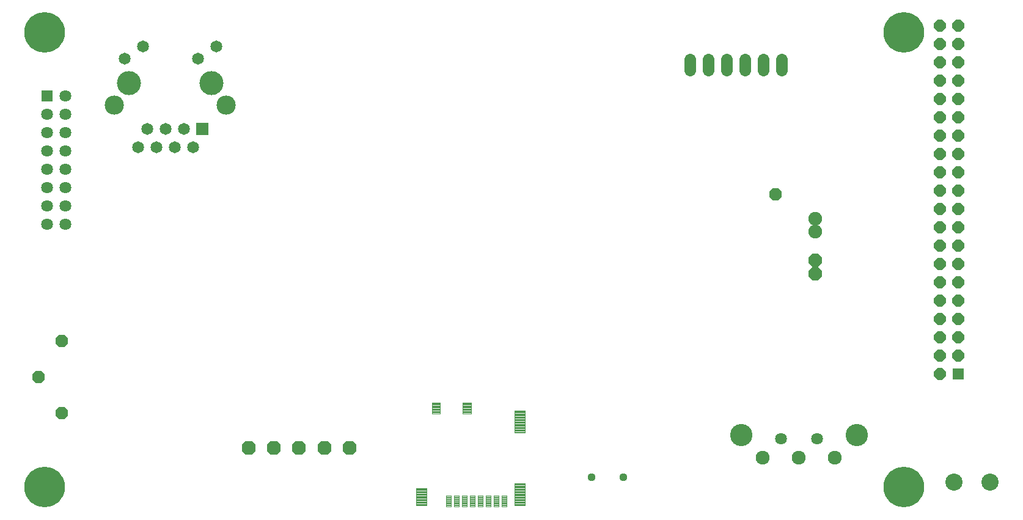
<source format=gbs>
G75*
%MOIN*%
%OFA0B0*%
%FSLAX25Y25*%
%IPPOS*%
%LPD*%
%AMOC8*
5,1,8,0,0,1.08239X$1,22.5*
%
%ADD10R,0.06406X0.06406*%
%ADD11OC8,0.06406*%
%ADD12C,0.06406*%
%ADD13OC8,0.07587*%
%ADD14C,0.07587*%
%ADD15C,0.12161*%
%ADD16C,0.00488*%
%ADD17C,0.00435*%
%ADD18C,0.00435*%
%ADD19C,0.06500*%
%ADD20R,0.06500X0.06500*%
%ADD21C,0.13098*%
%ADD22C,0.10500*%
%ADD23C,0.04437*%
%ADD24OC8,0.06996*%
%ADD25C,0.09358*%
%ADD26C,0.06406*%
%ADD27C,0.07500*%
%ADD28OC8,0.07500*%
%ADD29C,0.22154*%
D10*
X0069078Y0366054D03*
X0565912Y0214602D03*
D11*
X0555912Y0214602D03*
X0555912Y0224602D03*
X0565912Y0224602D03*
X0565912Y0234602D03*
X0555912Y0234602D03*
X0555912Y0244602D03*
X0565912Y0244602D03*
X0565912Y0254602D03*
X0555912Y0254602D03*
X0555912Y0264602D03*
X0565912Y0264602D03*
X0565912Y0274602D03*
X0555912Y0274602D03*
X0555912Y0284602D03*
X0565912Y0284602D03*
X0565912Y0294602D03*
X0555912Y0294602D03*
X0555912Y0304602D03*
X0565912Y0304602D03*
X0565912Y0314602D03*
X0555912Y0314602D03*
X0555912Y0324602D03*
X0565912Y0324602D03*
X0565912Y0334602D03*
X0555912Y0334602D03*
X0555912Y0344602D03*
X0565912Y0344602D03*
X0565912Y0354602D03*
X0555912Y0354602D03*
X0555912Y0364602D03*
X0565912Y0364602D03*
X0565912Y0374602D03*
X0555912Y0374602D03*
X0555912Y0384602D03*
X0565912Y0384602D03*
X0565912Y0394602D03*
X0555912Y0394602D03*
X0555912Y0404602D03*
X0565912Y0404602D03*
D12*
X0488983Y0179012D03*
X0469298Y0179012D03*
X0079078Y0296054D03*
X0069078Y0296054D03*
X0069078Y0306054D03*
X0069078Y0316054D03*
X0069078Y0326054D03*
X0069078Y0336054D03*
X0069078Y0346054D03*
X0079078Y0346054D03*
X0079078Y0336054D03*
X0079078Y0326054D03*
X0079078Y0316054D03*
X0079078Y0306054D03*
X0079078Y0356054D03*
X0069078Y0356054D03*
X0079078Y0366054D03*
D13*
X0178943Y0174287D03*
X0192723Y0174287D03*
X0206502Y0174287D03*
X0220282Y0174287D03*
X0234062Y0174287D03*
D14*
X0459455Y0168776D03*
X0479140Y0168776D03*
X0498825Y0168776D03*
D15*
X0510636Y0180980D03*
X0447644Y0180980D03*
D16*
X0319698Y0148113D02*
X0316930Y0148113D01*
X0319698Y0148113D02*
X0319698Y0142195D01*
X0316930Y0142195D01*
X0316930Y0148113D01*
X0316930Y0142682D02*
X0319698Y0142682D01*
X0319698Y0143169D02*
X0316930Y0143169D01*
X0316930Y0143656D02*
X0319698Y0143656D01*
X0319698Y0144143D02*
X0316930Y0144143D01*
X0316930Y0144630D02*
X0319698Y0144630D01*
X0319698Y0145117D02*
X0316930Y0145117D01*
X0316930Y0145604D02*
X0319698Y0145604D01*
X0319698Y0146091D02*
X0316930Y0146091D01*
X0316930Y0146578D02*
X0319698Y0146578D01*
X0319698Y0147065D02*
X0316930Y0147065D01*
X0316930Y0147552D02*
X0319698Y0147552D01*
X0319698Y0148039D02*
X0316930Y0148039D01*
X0315367Y0148113D02*
X0312599Y0148113D01*
X0315367Y0148113D02*
X0315367Y0142195D01*
X0312599Y0142195D01*
X0312599Y0148113D01*
X0312599Y0142682D02*
X0315367Y0142682D01*
X0315367Y0143169D02*
X0312599Y0143169D01*
X0312599Y0143656D02*
X0315367Y0143656D01*
X0315367Y0144143D02*
X0312599Y0144143D01*
X0312599Y0144630D02*
X0315367Y0144630D01*
X0315367Y0145117D02*
X0312599Y0145117D01*
X0312599Y0145604D02*
X0315367Y0145604D01*
X0315367Y0146091D02*
X0312599Y0146091D01*
X0312599Y0146578D02*
X0315367Y0146578D01*
X0315367Y0147065D02*
X0312599Y0147065D01*
X0312599Y0147552D02*
X0315367Y0147552D01*
X0315367Y0148039D02*
X0312599Y0148039D01*
X0311036Y0148113D02*
X0308268Y0148113D01*
X0311036Y0148113D02*
X0311036Y0142195D01*
X0308268Y0142195D01*
X0308268Y0148113D01*
X0308268Y0142682D02*
X0311036Y0142682D01*
X0311036Y0143169D02*
X0308268Y0143169D01*
X0308268Y0143656D02*
X0311036Y0143656D01*
X0311036Y0144143D02*
X0308268Y0144143D01*
X0308268Y0144630D02*
X0311036Y0144630D01*
X0311036Y0145117D02*
X0308268Y0145117D01*
X0308268Y0145604D02*
X0311036Y0145604D01*
X0311036Y0146091D02*
X0308268Y0146091D01*
X0308268Y0146578D02*
X0311036Y0146578D01*
X0311036Y0147065D02*
X0308268Y0147065D01*
X0308268Y0147552D02*
X0311036Y0147552D01*
X0311036Y0148039D02*
X0308268Y0148039D01*
X0306705Y0148113D02*
X0303937Y0148113D01*
X0306705Y0148113D02*
X0306705Y0142195D01*
X0303937Y0142195D01*
X0303937Y0148113D01*
X0303937Y0142682D02*
X0306705Y0142682D01*
X0306705Y0143169D02*
X0303937Y0143169D01*
X0303937Y0143656D02*
X0306705Y0143656D01*
X0306705Y0144143D02*
X0303937Y0144143D01*
X0303937Y0144630D02*
X0306705Y0144630D01*
X0306705Y0145117D02*
X0303937Y0145117D01*
X0303937Y0145604D02*
X0306705Y0145604D01*
X0306705Y0146091D02*
X0303937Y0146091D01*
X0303937Y0146578D02*
X0306705Y0146578D01*
X0306705Y0147065D02*
X0303937Y0147065D01*
X0303937Y0147552D02*
X0306705Y0147552D01*
X0306705Y0148039D02*
X0303937Y0148039D01*
X0302375Y0148113D02*
X0299607Y0148113D01*
X0302375Y0148113D02*
X0302375Y0142195D01*
X0299607Y0142195D01*
X0299607Y0148113D01*
X0299607Y0142682D02*
X0302375Y0142682D01*
X0302375Y0143169D02*
X0299607Y0143169D01*
X0299607Y0143656D02*
X0302375Y0143656D01*
X0302375Y0144143D02*
X0299607Y0144143D01*
X0299607Y0144630D02*
X0302375Y0144630D01*
X0302375Y0145117D02*
X0299607Y0145117D01*
X0299607Y0145604D02*
X0302375Y0145604D01*
X0302375Y0146091D02*
X0299607Y0146091D01*
X0299607Y0146578D02*
X0302375Y0146578D01*
X0302375Y0147065D02*
X0299607Y0147065D01*
X0299607Y0147552D02*
X0302375Y0147552D01*
X0302375Y0148039D02*
X0299607Y0148039D01*
X0298044Y0148113D02*
X0295276Y0148113D01*
X0298044Y0148113D02*
X0298044Y0142195D01*
X0295276Y0142195D01*
X0295276Y0148113D01*
X0295276Y0142682D02*
X0298044Y0142682D01*
X0298044Y0143169D02*
X0295276Y0143169D01*
X0295276Y0143656D02*
X0298044Y0143656D01*
X0298044Y0144143D02*
X0295276Y0144143D01*
X0295276Y0144630D02*
X0298044Y0144630D01*
X0298044Y0145117D02*
X0295276Y0145117D01*
X0295276Y0145604D02*
X0298044Y0145604D01*
X0298044Y0146091D02*
X0295276Y0146091D01*
X0295276Y0146578D02*
X0298044Y0146578D01*
X0298044Y0147065D02*
X0295276Y0147065D01*
X0295276Y0147552D02*
X0298044Y0147552D01*
X0298044Y0148039D02*
X0295276Y0148039D01*
X0293713Y0148113D02*
X0290945Y0148113D01*
X0293713Y0148113D02*
X0293713Y0142195D01*
X0290945Y0142195D01*
X0290945Y0148113D01*
X0290945Y0142682D02*
X0293713Y0142682D01*
X0293713Y0143169D02*
X0290945Y0143169D01*
X0290945Y0143656D02*
X0293713Y0143656D01*
X0293713Y0144143D02*
X0290945Y0144143D01*
X0290945Y0144630D02*
X0293713Y0144630D01*
X0293713Y0145117D02*
X0290945Y0145117D01*
X0290945Y0145604D02*
X0293713Y0145604D01*
X0293713Y0146091D02*
X0290945Y0146091D01*
X0290945Y0146578D02*
X0293713Y0146578D01*
X0293713Y0147065D02*
X0290945Y0147065D01*
X0290945Y0147552D02*
X0293713Y0147552D01*
X0293713Y0148039D02*
X0290945Y0148039D01*
X0289383Y0148113D02*
X0286615Y0148113D01*
X0289383Y0148113D02*
X0289383Y0142195D01*
X0286615Y0142195D01*
X0286615Y0148113D01*
X0286615Y0142682D02*
X0289383Y0142682D01*
X0289383Y0143169D02*
X0286615Y0143169D01*
X0286615Y0143656D02*
X0289383Y0143656D01*
X0289383Y0144143D02*
X0286615Y0144143D01*
X0286615Y0144630D02*
X0289383Y0144630D01*
X0289383Y0145117D02*
X0286615Y0145117D01*
X0286615Y0145604D02*
X0289383Y0145604D01*
X0289383Y0146091D02*
X0286615Y0146091D01*
X0286615Y0146578D02*
X0289383Y0146578D01*
X0289383Y0147065D02*
X0286615Y0147065D01*
X0286615Y0147552D02*
X0289383Y0147552D01*
X0289383Y0148039D02*
X0286615Y0148039D01*
D17*
X0276122Y0151977D02*
X0270348Y0151977D01*
X0276122Y0151977D02*
X0276122Y0142739D01*
X0270348Y0142739D01*
X0270348Y0151977D01*
X0270348Y0143173D02*
X0276122Y0143173D01*
X0276122Y0143607D02*
X0270348Y0143607D01*
X0270348Y0144041D02*
X0276122Y0144041D01*
X0276122Y0144475D02*
X0270348Y0144475D01*
X0270348Y0144909D02*
X0276122Y0144909D01*
X0276122Y0145343D02*
X0270348Y0145343D01*
X0270348Y0145777D02*
X0276122Y0145777D01*
X0276122Y0146211D02*
X0270348Y0146211D01*
X0270348Y0146645D02*
X0276122Y0146645D01*
X0276122Y0147079D02*
X0270348Y0147079D01*
X0270348Y0147513D02*
X0276122Y0147513D01*
X0276122Y0147947D02*
X0270348Y0147947D01*
X0270348Y0148381D02*
X0276122Y0148381D01*
X0276122Y0148815D02*
X0270348Y0148815D01*
X0270348Y0149249D02*
X0276122Y0149249D01*
X0276122Y0149683D02*
X0270348Y0149683D01*
X0270348Y0150117D02*
X0276122Y0150117D01*
X0276122Y0150551D02*
X0270348Y0150551D01*
X0270348Y0150985D02*
X0276122Y0150985D01*
X0276122Y0151419D02*
X0270348Y0151419D01*
X0270348Y0151853D02*
X0276122Y0151853D01*
X0323891Y0154635D02*
X0329665Y0154635D01*
X0329665Y0142759D01*
X0323891Y0142759D01*
X0323891Y0154635D01*
X0323891Y0143193D02*
X0329665Y0143193D01*
X0329665Y0143627D02*
X0323891Y0143627D01*
X0323891Y0144061D02*
X0329665Y0144061D01*
X0329665Y0144495D02*
X0323891Y0144495D01*
X0323891Y0144929D02*
X0329665Y0144929D01*
X0329665Y0145363D02*
X0323891Y0145363D01*
X0323891Y0145797D02*
X0329665Y0145797D01*
X0329665Y0146231D02*
X0323891Y0146231D01*
X0323891Y0146665D02*
X0329665Y0146665D01*
X0329665Y0147099D02*
X0323891Y0147099D01*
X0323891Y0147533D02*
X0329665Y0147533D01*
X0329665Y0147967D02*
X0323891Y0147967D01*
X0323891Y0148401D02*
X0329665Y0148401D01*
X0329665Y0148835D02*
X0323891Y0148835D01*
X0323891Y0149269D02*
X0329665Y0149269D01*
X0329665Y0149703D02*
X0323891Y0149703D01*
X0323891Y0150137D02*
X0329665Y0150137D01*
X0329665Y0150571D02*
X0323891Y0150571D01*
X0323891Y0151005D02*
X0329665Y0151005D01*
X0329665Y0151439D02*
X0323891Y0151439D01*
X0323891Y0151873D02*
X0329665Y0151873D01*
X0329665Y0152307D02*
X0323891Y0152307D01*
X0323891Y0152741D02*
X0329665Y0152741D01*
X0329665Y0153175D02*
X0323891Y0153175D01*
X0323891Y0153609D02*
X0329665Y0153609D01*
X0329665Y0154043D02*
X0323891Y0154043D01*
X0323891Y0154477D02*
X0329665Y0154477D01*
X0329665Y0194399D02*
X0323891Y0194399D01*
X0329665Y0194399D02*
X0329665Y0182523D01*
X0323891Y0182523D01*
X0323891Y0194399D01*
X0323891Y0182957D02*
X0329665Y0182957D01*
X0329665Y0183391D02*
X0323891Y0183391D01*
X0323891Y0183825D02*
X0329665Y0183825D01*
X0329665Y0184259D02*
X0323891Y0184259D01*
X0323891Y0184693D02*
X0329665Y0184693D01*
X0329665Y0185127D02*
X0323891Y0185127D01*
X0323891Y0185561D02*
X0329665Y0185561D01*
X0329665Y0185995D02*
X0323891Y0185995D01*
X0323891Y0186429D02*
X0329665Y0186429D01*
X0329665Y0186863D02*
X0323891Y0186863D01*
X0323891Y0187297D02*
X0329665Y0187297D01*
X0329665Y0187731D02*
X0323891Y0187731D01*
X0323891Y0188165D02*
X0329665Y0188165D01*
X0329665Y0188599D02*
X0323891Y0188599D01*
X0323891Y0189033D02*
X0329665Y0189033D01*
X0329665Y0189467D02*
X0323891Y0189467D01*
X0323891Y0189901D02*
X0329665Y0189901D01*
X0329665Y0190335D02*
X0323891Y0190335D01*
X0323891Y0190769D02*
X0329665Y0190769D01*
X0329665Y0191203D02*
X0323891Y0191203D01*
X0323891Y0191637D02*
X0329665Y0191637D01*
X0329665Y0192071D02*
X0323891Y0192071D01*
X0323891Y0192505D02*
X0329665Y0192505D01*
X0329665Y0192939D02*
X0323891Y0192939D01*
X0323891Y0193373D02*
X0329665Y0193373D01*
X0329665Y0193807D02*
X0323891Y0193807D01*
X0323891Y0194241D02*
X0329665Y0194241D01*
D18*
X0300236Y0198927D02*
X0295840Y0198927D01*
X0300236Y0198927D02*
X0300236Y0192955D01*
X0295840Y0192955D01*
X0295840Y0198927D01*
X0295840Y0193389D02*
X0300236Y0193389D01*
X0300236Y0193823D02*
X0295840Y0193823D01*
X0295840Y0194257D02*
X0300236Y0194257D01*
X0300236Y0194691D02*
X0295840Y0194691D01*
X0295840Y0195125D02*
X0300236Y0195125D01*
X0300236Y0195559D02*
X0295840Y0195559D01*
X0295840Y0195993D02*
X0300236Y0195993D01*
X0300236Y0196427D02*
X0295840Y0196427D01*
X0295840Y0196861D02*
X0300236Y0196861D01*
X0300236Y0197295D02*
X0295840Y0197295D01*
X0295840Y0197729D02*
X0300236Y0197729D01*
X0300236Y0198163D02*
X0295840Y0198163D01*
X0295840Y0198597D02*
X0300236Y0198597D01*
X0283307Y0198927D02*
X0278911Y0198927D01*
X0283307Y0198927D02*
X0283307Y0192955D01*
X0278911Y0192955D01*
X0278911Y0198927D01*
X0278911Y0193389D02*
X0283307Y0193389D01*
X0283307Y0193823D02*
X0278911Y0193823D01*
X0278911Y0194257D02*
X0283307Y0194257D01*
X0283307Y0194691D02*
X0278911Y0194691D01*
X0278911Y0195125D02*
X0283307Y0195125D01*
X0283307Y0195559D02*
X0278911Y0195559D01*
X0278911Y0195993D02*
X0283307Y0195993D01*
X0283307Y0196427D02*
X0278911Y0196427D01*
X0278911Y0196861D02*
X0283307Y0196861D01*
X0283307Y0197295D02*
X0278911Y0197295D01*
X0278911Y0197729D02*
X0283307Y0197729D01*
X0283307Y0198163D02*
X0278911Y0198163D01*
X0278911Y0198597D02*
X0283307Y0198597D01*
D19*
X0148819Y0338037D03*
X0138819Y0338037D03*
X0128819Y0338037D03*
X0118819Y0338037D03*
X0123819Y0348037D03*
X0133819Y0348037D03*
X0143819Y0348037D03*
X0151220Y0386344D03*
X0161220Y0393037D03*
X0121417Y0393037D03*
X0111417Y0386344D03*
D20*
X0153819Y0348037D03*
D21*
X0158819Y0373037D03*
X0113819Y0373037D03*
D22*
X0105807Y0361029D03*
X0166830Y0361029D03*
D23*
X0366148Y0158146D03*
X0383471Y0158146D03*
D24*
X0466228Y0312454D03*
X0076978Y0232339D03*
X0064379Y0212654D03*
X0076978Y0192969D03*
D25*
X0563786Y0155390D03*
X0583471Y0155390D03*
D26*
X0469678Y0380202D02*
X0469678Y0386107D01*
X0459678Y0386107D02*
X0459678Y0380202D01*
X0449678Y0380202D02*
X0449678Y0386107D01*
X0439678Y0386107D02*
X0439678Y0380202D01*
X0429678Y0380202D02*
X0429678Y0386107D01*
X0419678Y0386107D02*
X0419678Y0380202D01*
D27*
X0488178Y0299215D03*
X0488178Y0292128D03*
D28*
X0488178Y0276380D03*
X0488178Y0269294D03*
D29*
X0067723Y0152634D03*
X0067723Y0400665D03*
X0536227Y0400665D03*
X0536227Y0152634D03*
M02*

</source>
